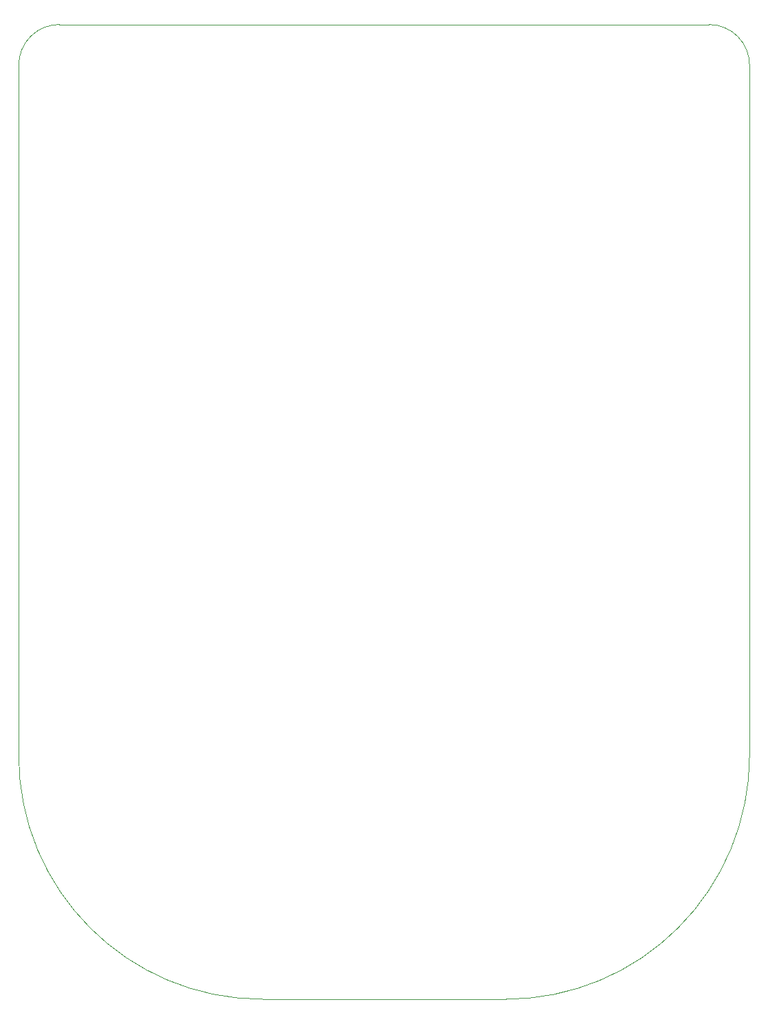
<source format=gbr>
G04 #@! TF.GenerationSoftware,KiCad,Pcbnew,(5.0.1)-3*
G04 #@! TF.CreationDate,2019-06-25T23:54:28+01:00*
G04 #@! TF.ProjectId,drumkid v3,6472756D6B69642076332E6B69636164,03*
G04 #@! TF.SameCoordinates,Original*
G04 #@! TF.FileFunction,Profile,NP*
%FSLAX46Y46*%
G04 Gerber Fmt 4.6, Leading zero omitted, Abs format (unit mm)*
G04 Created by KiCad (PCBNEW (5.0.1)-3) date 25/06/2019 23:54:28*
%MOMM*%
%LPD*%
G01*
G04 APERTURE LIST*
%ADD10C,0.100000*%
G04 APERTURE END LIST*
D10*
X134993946Y-159991091D02*
X164993946Y-159991091D01*
X194993946Y-129991091D02*
G75*
G02X164993946Y-159991091I-30000000J0D01*
G01*
X134993946Y-159991091D02*
G75*
G02X104993946Y-129991091I0J30000000D01*
G01*
X189993946Y-39991091D02*
G75*
G02X194993946Y-44991091I0J-5000000D01*
G01*
X104993946Y-44991091D02*
G75*
G02X109993946Y-39991091I5000000J0D01*
G01*
X194993946Y-44991091D02*
X194993946Y-129991091D01*
X109993946Y-39991091D02*
X189993946Y-39991091D01*
X104993946Y-44991091D02*
X104993946Y-129991091D01*
M02*

</source>
